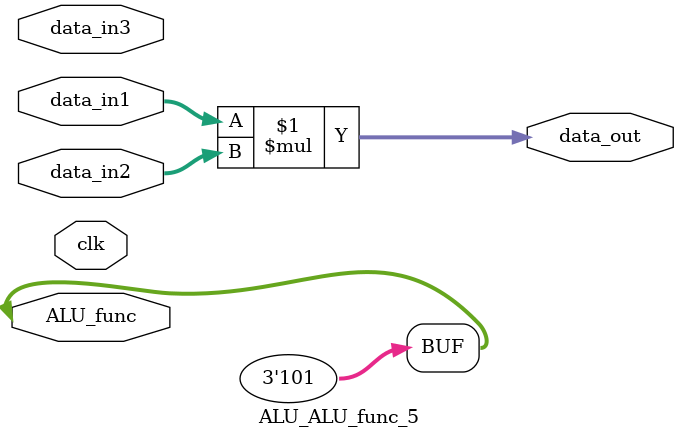
<source format=v>
/* Generated by Yosys 0.50 (git sha1 b5170e139, g++ 12.2.1 -fPIC -O3) */

module ALU_ALU_func_0(clk, data_in1, data_in2, data_in3, data_out, ALU_func);
  input [2:0] ALU_func;
  wire [2:0] ALU_func;
  input clk;
  wire clk;
  input [31:0] data_in1;
  wire [31:0] data_in1;
  input [31:0] data_in2;
  wire [31:0] data_in2;
  input [31:0] data_in3;
  wire [31:0] data_in3;
  output [31:0] data_out;
  wire [31:0] data_out;
  assign data_out = data_in1 + data_in2;
  assign ALU_func = 3'h0;
endmodule

/* Generated by Yosys 0.50 (git sha1 b5170e139, g++ 12.2.1 -fPIC -O3) */

module ALU_ALU_func_1(clk, data_in1, data_in2, data_in3, data_out, ALU_func);
  input [2:0] ALU_func;
  wire [2:0] ALU_func;
  input clk;
  wire clk;
  input [31:0] data_in1;
  wire [31:0] data_in1;
  input [31:0] data_in2;
  wire [31:0] data_in2;
  input [31:0] data_in3;
  wire [31:0] data_in3;
  output [31:0] data_out;
  wire [31:0] data_out;
  assign data_out = data_in1 - data_in2;
  assign ALU_func = 3'h1;
endmodule

/* Generated by Yosys 0.50 (git sha1 b5170e139, g++ 12.2.1 -fPIC -O3) */

module ALU_ALU_func_2(clk, data_in1, data_in2, data_in3, data_out, ALU_func);
  input [2:0] ALU_func;
  wire [2:0] ALU_func;
  input clk;
  wire clk;
  input [31:0] data_in1;
  wire [31:0] data_in1;
  input [31:0] data_in2;
  wire [31:0] data_in2;
  input [31:0] data_in3;
  wire [31:0] data_in3;
  output [31:0] data_out;
  wire [31:0] data_out;
  assign data_out = data_in1 & data_in2;
  assign ALU_func = 3'h2;
endmodule

/* Generated by Yosys 0.50 (git sha1 b5170e139, g++ 12.2.1 -fPIC -O3) */

module ALU_ALU_func_3(clk, data_in1, data_in2, data_in3, data_out, ALU_func);
  input [2:0] ALU_func;
  wire [2:0] ALU_func;
  input clk;
  wire clk;
  input [31:0] data_in1;
  wire [31:0] data_in1;
  input [31:0] data_in2;
  wire [31:0] data_in2;
  input [31:0] data_in3;
  wire [31:0] data_in3;
  output [31:0] data_out;
  wire [31:0] data_out;
  assign data_out = data_in1 | data_in2;
  assign ALU_func = 3'h3;
endmodule

/* Generated by Yosys 0.50 (git sha1 b5170e139, g++ 12.2.1 -fPIC -O3) */

module ALU_ALU_func_4(clk, data_in1, data_in2, data_in3, data_out, ALU_func);
  input [2:0] ALU_func;
  wire [2:0] ALU_func;
  input clk;
  wire clk;
  input [31:0] data_in1;
  wire [31:0] data_in1;
  input [31:0] data_in2;
  wire [31:0] data_in2;
  input [31:0] data_in3;
  wire [31:0] data_in3;
  output [31:0] data_out;
  wire [31:0] data_out;
  assign data_out = data_in1 ^ data_in2;
  assign ALU_func = 3'h4;
endmodule

/* Generated by Yosys 0.50 (git sha1 b5170e139, g++ 12.2.1 -fPIC -O3) */

module ALU_ALU_func_5(clk, data_in1, data_in2, data_in3, data_out, ALU_func);
  input [2:0] ALU_func;
  wire [2:0] ALU_func;
  input clk;
  wire clk;
  input [31:0] data_in1;
  wire [31:0] data_in1;
  input [31:0] data_in2;
  wire [31:0] data_in2;
  input [31:0] data_in3;
  wire [31:0] data_in3;
  output [31:0] data_out;
  wire [31:0] data_out;
  assign data_out = data_in1 * data_in2;
  assign ALU_func = 3'h5;
endmodule


</source>
